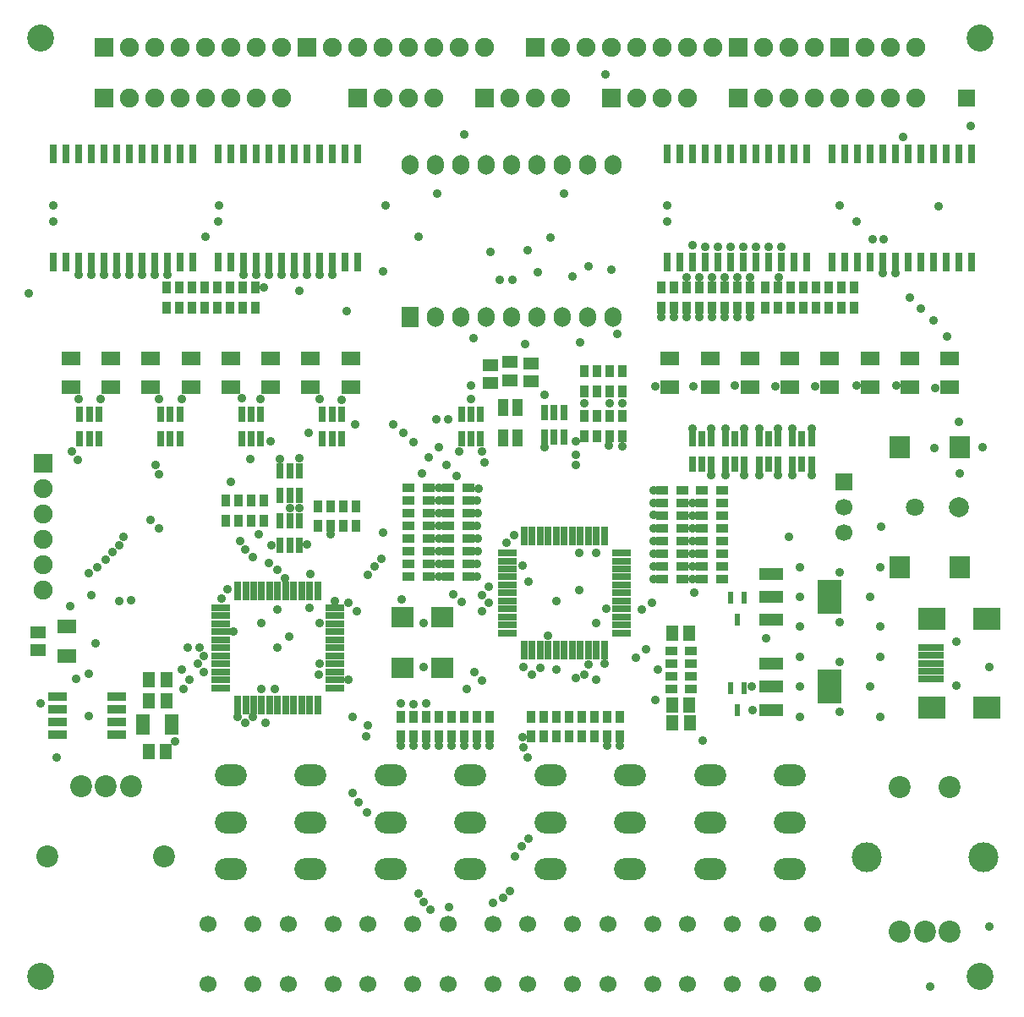
<source format=gts>
G04 DipTrace 2.4.0.2*
%INProtolautav2.3.4.GTS*%
%MOMM*%
%ADD17R,1.7X1.7*%
%ADD18C,1.7*%
%ADD26C,2.0*%
%ADD47C,3.0*%
%ADD48C,2.7*%
%ADD49C,2.2*%
%ADD50C,1.8*%
%ADD51C,0.9*%
%ADD54C,0.905*%
%ADD56R,2.2X2.0*%
%ADD58R,2.5X0.7*%
%ADD60R,2.7X2.2*%
%ADD62R,2.0X2.2*%
%ADD64O,1.7X2.0*%
%ADD66R,1.7X2.0*%
%ADD67R,1.3X1.6*%
%ADD68R,1.9X0.9*%
%ADD70R,0.8X1.9*%
%ADD72R,2.4X1.2*%
%ADD74R,2.4X3.5*%
%ADD76R,0.65X1.9*%
%ADD78R,1.9X0.65*%
%ADD80O,3.2X2.2*%
%ADD82R,0.85X1.2*%
%ADD84R,1.2X0.85*%
%ADD86R,0.7X1.6*%
%ADD89R,1.1X1.7*%
%ADD91R,1.9X1.4*%
%ADD93R,0.5X1.3*%
%ADD95R,1.4X2.0*%
%ADD98R,1.6X1.3*%
%ADD101C,1.9*%
%ADD102R,1.9X1.9*%
%FSLAX53Y53*%
G04*
G71*
G90*
G75*
G01*
%LNTopMask*%
%LPD*%
D54*
X64355Y42810D3*
X64335Y44080D3*
X64355Y45350D3*
Y46620D3*
X88580Y73420D3*
X57400Y33250D3*
X89350Y87050D3*
X64355Y51700D3*
Y47890D3*
X90000Y71000D3*
X62600Y34900D3*
X91120Y69900D3*
X64155Y40400D3*
X92390Y68700D3*
X68400Y41400D3*
X64315Y49200D3*
X39150Y40750D3*
X21050Y40800D3*
X45150Y40500D3*
X49650Y46400D3*
X39150Y40750D3*
X51700Y75700D3*
X86300Y76850D3*
X64355Y50430D3*
X6100Y55550D3*
X42805Y55950D3*
Y51890D3*
X41800Y54950D3*
X6700Y54750D3*
X14450Y54250D3*
X43650Y54200D3*
X42805Y49350D3*
X14850Y53250D3*
X41150Y53400D3*
X42805Y48080D3*
X22000Y52550D3*
X44650Y53150D3*
X42805Y46810D3*
X26000Y56600D3*
X40300Y56500D3*
X42805Y45540D3*
X29800Y57450D3*
X39300D3*
X42805Y44270D3*
X34450Y58250D3*
X38250D3*
X42805Y43000D3*
X25300Y71950D3*
X24000Y54800D3*
X26955D3*
X48950Y72750D3*
X25300Y71950D3*
X52750Y73550D3*
X28850Y71650D3*
Y54850D3*
X76850Y73000D3*
X52750Y73550D3*
X26045Y46145D3*
X28900Y49900D3*
X54600Y33750D3*
X29635Y46235D3*
X57000Y66500D3*
X93700Y67100D3*
X83000Y80200D3*
X4250D3*
X65700D3*
X37500D3*
X20800D3*
X83000D3*
X4250D3*
X20800D3*
X65700D3*
X83000D3*
X47200Y32650D3*
X17250Y31800D3*
X13950Y48700D3*
X17250Y31800D3*
X45650D3*
X33750Y32700D3*
X17100Y33700D3*
X14850Y47850D3*
X63550Y35750D3*
X19350Y33500D3*
X46400D3*
X17900Y32700D3*
X56600Y56600D3*
X59400Y34300D3*
X42550Y58750D3*
X45350Y87350D3*
X56600Y56600D3*
X61210Y56110D3*
X58600Y32700D3*
X43775Y58775D3*
X48050Y75550D3*
X61210Y56110D3*
X59900Y56150D3*
X57800Y34200D3*
X60750Y67300D3*
X46350Y66950D3*
X59900Y56150D3*
X46800Y51850D3*
X46665Y50620D3*
X46715Y49350D3*
X46695Y48080D3*
X37250Y73600D3*
X46725Y46810D3*
X46705Y45540D3*
X46615Y44270D3*
Y43000D3*
X33750Y40400D3*
X34800Y20450D3*
X55350Y81400D3*
X42650D3*
X67650Y73000D3*
X56250Y73100D3*
X68920Y73000D3*
X50200Y72750D3*
X70190Y73000D3*
X71460D3*
X72730D3*
X60150Y73750D3*
X74000Y73000D3*
X57850Y74150D3*
X42865Y26100D3*
X45405D3*
X48250Y10350D3*
D3*
X46675Y26100D3*
X49250Y10900D3*
D3*
X47945Y26100D3*
X50000Y11550D3*
D3*
X80150Y57880D3*
X74000Y69050D3*
X78250Y57880D3*
X72730Y69050D3*
X76800Y57880D3*
X71460Y69050D3*
X74900Y57880D3*
X70190Y69050D3*
X73450Y57880D3*
X68920Y69050D3*
X71550Y57880D3*
X67650Y69050D3*
X70150Y57880D3*
X66380Y69050D3*
X68250Y57880D3*
X65110Y69050D3*
X80150Y53180D3*
X68205Y42810D3*
X35650Y19450D3*
X32450Y40600D3*
X34650Y39550D3*
X34200Y21350D3*
X51700Y24900D3*
X51850Y16800D3*
X34250Y29000D3*
X35700Y43200D3*
X51700Y24900D3*
X51300Y25900D3*
X51150Y16000D3*
X35600Y27050D3*
X36450Y44050D3*
X51300Y25900D3*
X40300Y30250D3*
X59675Y26120D3*
X39050Y30300D3*
X60945Y26090D3*
X51250Y26950D3*
X50500Y15050D3*
X35700Y28100D3*
X37100Y44850D3*
X51250Y26950D3*
X68350Y62100D3*
X64550Y62050D3*
X6800Y60800D3*
X41595Y26100D3*
X42000Y9700D3*
X40325Y26100D3*
X41350Y10450D3*
X72500Y62150D3*
X14800Y60800D3*
X76550Y62050D3*
X17100Y60800D3*
X80550Y62050D3*
X23100Y60900D3*
X84650Y62150D3*
X25000Y60838D3*
X88650Y62150D3*
X30950Y60800D3*
X92550Y61950D3*
X33100Y60751D3*
X78250Y53180D3*
X68205Y44080D3*
X76800Y53180D3*
X68205Y45350D3*
X74900Y53180D3*
X68205Y46620D3*
X73450Y53180D3*
X68205Y47890D3*
X71550Y53180D3*
X68205Y49160D3*
X70150Y53180D3*
X68205Y50430D3*
X44135Y26100D3*
X43850Y9900D3*
D3*
X39055Y26100D3*
X40800Y11300D3*
X53400Y61250D3*
Y56000D3*
X57400Y60378D3*
X46050Y62200D3*
X44900Y55600D3*
X61210Y60401D3*
X46050Y60850D3*
X47200Y55550D3*
X59940Y60420D3*
X17675Y35925D3*
X23270Y73300D3*
X18850Y35900D3*
X24540Y73300D3*
X19350Y35100D3*
X25810Y73300D3*
X18700Y34300D3*
X27080Y73300D3*
X22700Y28950D3*
X28350Y73300D3*
X23450Y28350D3*
X29620Y73300D3*
X24250Y29000D3*
X30890Y73300D3*
X25500Y28400D3*
X32160Y73300D3*
X68270Y76200D3*
X47800Y42050D3*
X69540Y76050D3*
X47150Y41200D3*
X70810Y76050D3*
X47800Y40450D3*
X72080Y76050D3*
X47150Y39600D3*
X73350Y76050D3*
X51350Y33950D3*
X74620Y76050D3*
X52200Y33250D3*
X75890Y76050D3*
X53000Y33850D3*
X77160Y76050D3*
X56550Y32850D3*
X87300Y73400D3*
X77160Y76050D3*
X74210Y32000D3*
X75600Y36848D3*
X53800Y37100D3*
X59600Y39800D3*
X58600Y45400D3*
X25100Y31800D3*
Y38400D3*
Y31800D3*
X75600Y36848D3*
X58600Y45400D3*
Y38400D3*
X29900Y39900D3*
X30900Y34300D3*
X59600Y39800D3*
X29900Y39900D3*
X30900Y34300D3*
Y38400D3*
X53800Y37100D3*
X41300Y34000D3*
D3*
Y38400D3*
X5950Y40100D3*
X25100Y38400D3*
X87150Y48000D3*
X84650Y78600D3*
X4230D3*
X20766D3*
D3*
X4230D3*
X65700D3*
X84650D3*
X65700D3*
X84650D3*
X41600Y30300D3*
X41300Y34000D3*
X8450Y36350D3*
X74257Y29700D3*
X7800Y29100D3*
Y33322D3*
X27905Y49887D3*
X27900Y37000D3*
X32000Y47300D3*
X27905Y49887D3*
X7800Y29100D3*
X27905Y49887D3*
X56600Y54250D3*
X64806Y33700D3*
X74257Y29700D3*
D3*
X21700Y41750D3*
X51200Y44100D3*
X50400Y47200D3*
X54050Y77000D3*
X87400Y76850D3*
X8050Y41200D3*
X21700Y41750D3*
X6770Y73300D3*
X7800Y43350D3*
X27450Y42900D3*
X8040Y73300D3*
X8600Y44000D3*
X26700Y43700D3*
X9310Y73300D3*
X9450Y44700D3*
X25850Y44350D3*
X24250Y44950D3*
X10200Y45450D3*
X10580Y73300D3*
X23450Y45750D3*
X10850Y46150D3*
X11850Y73300D3*
X22950Y46550D3*
X11250Y47050D3*
X13120Y73300D3*
X12050Y40700D3*
X14390Y73300D3*
X10850Y40550D3*
X15660Y73300D3*
X87000Y44000D3*
Y38000D3*
X79000D3*
Y44000D3*
X83000Y43500D3*
Y38500D3*
X86000Y41000D3*
X79000D3*
Y35000D3*
X83000Y34500D3*
X87000Y35000D3*
X86000Y32000D3*
X87000Y29000D3*
X83000Y29500D3*
X79000Y29000D3*
Y32000D3*
X8950Y60800D3*
X42805Y50620D3*
X51850Y42550D3*
X64550Y30700D3*
X63150Y39700D3*
X22250Y37500D3*
X30800Y33200D3*
X26450Y31800D3*
X16400Y26500D3*
X4550Y24900D3*
X69300Y26600D3*
X24800Y47300D3*
X3000Y30300D3*
X6500Y32800D3*
X56900Y41650D3*
X54650Y40600D3*
X56900Y45400D3*
X26650Y35900D3*
X98000Y34000D3*
X92000Y2000D3*
X98000Y8000D3*
X26650Y39700D3*
X37250Y47400D3*
X47400Y54450D3*
X56600Y55250D3*
X33650Y69600D3*
X19450Y77050D3*
X94950Y58550D3*
X92450Y55900D3*
X97300Y56000D3*
X95000Y53400D3*
X77900Y47000D3*
X92850Y80100D3*
X40800Y77100D3*
X51450Y66300D3*
X44250Y41250D3*
X30000Y43300D3*
X96100Y88200D3*
X1800Y71400D3*
X59550Y93350D3*
D102*
X72860Y90920D3*
D101*
X75400D3*
X77940D3*
X80480D3*
X83020D3*
X85560D3*
X88100D3*
X90640D3*
D18*
X75750Y2200D3*
Y8200D3*
X80250Y2200D3*
Y8200D3*
X67750Y2200D3*
Y8200D3*
X72250Y2200D3*
Y8200D3*
X59750Y2200D3*
Y8200D3*
X64250Y2200D3*
Y8200D3*
X51750Y2200D3*
Y8200D3*
X56250Y2200D3*
Y8200D3*
X43750Y2200D3*
Y8200D3*
X48250Y2200D3*
Y8200D3*
X35750Y2200D3*
Y8200D3*
X40250Y2200D3*
Y8200D3*
X27750Y2200D3*
Y8200D3*
X32250Y2200D3*
Y8200D3*
X19750Y2200D3*
Y8200D3*
X24250Y2200D3*
Y8200D3*
D102*
X29680Y96000D3*
D101*
X32220D3*
X34760D3*
X37300D3*
X39840D3*
X42380D3*
X44920D3*
X47460D3*
D67*
X67900Y30200D3*
X66200D3*
X67900Y37400D3*
X66200D3*
D95*
X13200Y28200D3*
X16100D3*
D67*
X13800Y25500D3*
X15500D3*
D102*
X72860Y96000D3*
D101*
X75400D3*
X77940D3*
X80480D3*
D93*
X73400Y40900D3*
X72060D3*
X72730Y38700D3*
X73370Y31870D3*
X72030D3*
X72700Y29670D3*
D91*
X5600Y38000D3*
Y35100D3*
X6000Y62000D3*
Y64900D3*
X10000Y62000D3*
Y64900D3*
X14000Y62000D3*
Y64900D3*
X18000Y62000D3*
Y64900D3*
X22000Y62000D3*
Y64900D3*
X26000Y62000D3*
Y64900D3*
X30000Y62000D3*
Y64900D3*
X34000Y62000D3*
Y64900D3*
X66000Y62000D3*
Y64900D3*
X70000Y62000D3*
Y64900D3*
X74000Y62000D3*
Y64900D3*
X78000Y62000D3*
Y64900D3*
X82000Y62000D3*
Y64900D3*
X86000Y62000D3*
Y64900D3*
X90000Y62000D3*
Y64900D3*
X94000Y62000D3*
Y64900D3*
D89*
X50750Y60000D3*
X49250D3*
Y56900D3*
X50750D3*
D102*
X83020Y96000D3*
D101*
X85560D3*
X88100D3*
X90640D3*
D49*
X89000Y7450D3*
X91500D3*
X94000D3*
X89000Y21950D3*
X94000D3*
D47*
X85650Y14950D3*
X97350D3*
D102*
X52540Y96000D3*
D101*
X55080D3*
X57620D3*
X60160D3*
X62700D3*
X65240D3*
X67780D3*
X70320D3*
D48*
X3000Y97000D3*
X97000D3*
X3000Y3000D3*
X97000D3*
D102*
X60160Y90920D3*
D101*
X62700D3*
X65240D3*
X67780D3*
D102*
X34760D3*
D101*
X37300D3*
X39840D3*
X42380D3*
D102*
X3200Y54400D3*
D101*
Y51860D3*
Y49320D3*
Y46780D3*
Y44240D3*
Y41700D3*
D17*
X83440Y52540D3*
D18*
Y50000D3*
Y47460D3*
D102*
X9360Y90920D3*
D101*
X11900D3*
X14440D3*
X16980D3*
X19520D3*
X22060D3*
X24600D3*
X27140D3*
D17*
X95720D3*
D86*
X26955Y51145D3*
X27905D3*
X28855D3*
Y53645D3*
X27905D3*
X26955D3*
X6900Y56800D3*
X7850D3*
X8800D3*
Y59300D3*
X7850D3*
X6900D3*
X15000Y56800D3*
X15950D3*
X16900D3*
Y59300D3*
X15950D3*
X15000D3*
X23100Y56800D3*
X24050D3*
X25000D3*
Y59300D3*
X24050D3*
X23100D3*
X31200Y56800D3*
X32150D3*
X33100D3*
Y59300D3*
X32150D3*
X31200D3*
X78250Y54300D3*
X79200D3*
X80150D3*
Y56800D3*
X79200D3*
X78250D3*
X74900Y54300D3*
X75850D3*
X76800D3*
Y56800D3*
X75850D3*
X74900D3*
X71550Y54300D3*
X72500D3*
X73450D3*
Y56800D3*
X72500D3*
X71550D3*
X68250Y54300D3*
X69200D3*
X70150D3*
Y56800D3*
X69200D3*
X68250D3*
X45100D3*
X46050D3*
X47000D3*
Y59300D3*
X46050D3*
X45100D3*
X53450Y57000D3*
X54400D3*
X55350D3*
Y59500D3*
X54400D3*
X53450D3*
D84*
X66100Y35600D3*
Y34330D3*
Y33060D3*
Y31790D3*
X68100D3*
Y33060D3*
Y34330D3*
Y35600D3*
D67*
X66200Y28400D3*
X68000D3*
D82*
X39055Y27000D3*
X40325D3*
X41595D3*
X42865D3*
X44135D3*
X45405D3*
X46675D3*
X47945D3*
Y29000D3*
X46675D3*
X45405D3*
X44135D3*
X42865D3*
X41595D3*
X40325D3*
X39055D3*
X52055Y27000D3*
X53325D3*
X54595D3*
X55865D3*
X57135D3*
X58405D3*
X59675D3*
X60945D3*
Y29000D3*
X59675D3*
X58405D3*
X57135D3*
X55865D3*
X54595D3*
X53325D3*
X52055D3*
X21500Y48650D3*
X22770D3*
X24040D3*
X25310D3*
Y50650D3*
X24040D3*
X22770D3*
X21500D3*
X30700Y48100D3*
X31970D3*
X33240D3*
X34510D3*
Y50100D3*
X33240D3*
X31970D3*
X30700D3*
D49*
X12000Y22000D3*
X9500D3*
X7000D3*
X15350Y15000D3*
X3650D3*
D67*
X15600Y32700D3*
X13800D3*
X15600Y30600D3*
X13800D3*
D98*
X2750Y37450D3*
Y35650D3*
D82*
X24445Y72000D3*
X23175D3*
X21905D3*
X20635D3*
X19365D3*
X18095D3*
X16825D3*
X15555D3*
Y70000D3*
X16825D3*
X18095D3*
X19365D3*
X20635D3*
X21905D3*
X23175D3*
X24445D3*
X84445Y72000D3*
X83175D3*
X81905D3*
X80635D3*
X79365D3*
X78095D3*
X76825D3*
X75555D3*
Y70000D3*
X76825D3*
X78095D3*
X79365D3*
X80635D3*
X81905D3*
X83175D3*
X84445D3*
D84*
X45800Y43000D3*
Y44270D3*
Y45540D3*
Y46810D3*
Y48080D3*
Y49350D3*
Y50620D3*
Y51890D3*
X43800D3*
Y50620D3*
Y49350D3*
Y48080D3*
Y46810D3*
Y45540D3*
Y44270D3*
Y43000D3*
D82*
X74000Y72000D3*
X72730D3*
X71460D3*
X70190D3*
X68920D3*
X67650D3*
X66380D3*
X65110D3*
Y70000D3*
X66380D3*
X67650D3*
X68920D3*
X70190D3*
X71460D3*
X72730D3*
X74000D3*
D84*
X41800Y43000D3*
Y44270D3*
Y45540D3*
Y46810D3*
Y48080D3*
Y49350D3*
Y50620D3*
Y51890D3*
X39800D3*
Y50620D3*
Y49350D3*
Y48080D3*
Y46810D3*
Y45540D3*
Y44270D3*
Y43000D3*
X65200Y51700D3*
Y50430D3*
Y49160D3*
Y47890D3*
Y46620D3*
Y45350D3*
Y44080D3*
Y42810D3*
X67200D3*
Y44080D3*
Y45350D3*
Y46620D3*
Y47890D3*
Y49160D3*
Y50430D3*
Y51700D3*
D98*
X48000Y62400D3*
Y64200D3*
X50000Y62700D3*
Y64500D3*
X52100Y62600D3*
Y64400D3*
D82*
X57400Y57100D3*
X58670D3*
X59940D3*
X61210D3*
Y59100D3*
X59940D3*
X58670D3*
X57400D3*
D84*
X69200Y51700D3*
Y50430D3*
Y49160D3*
Y47890D3*
Y46620D3*
Y45350D3*
Y44080D3*
Y42810D3*
X71200D3*
Y44080D3*
Y45350D3*
Y46620D3*
Y47890D3*
Y49160D3*
Y50430D3*
Y51700D3*
D82*
X57395Y61605D3*
X58665D3*
X59935D3*
X61205D3*
Y63605D3*
X59935D3*
X58665D3*
X57395D3*
D102*
X47460Y90920D3*
D101*
X50000D3*
X52540D3*
X55080D3*
D80*
X78000Y13700D3*
Y18400D3*
Y23100D3*
X70000Y13700D3*
Y18400D3*
Y23100D3*
X62000Y13700D3*
Y18400D3*
Y23100D3*
X54000Y13700D3*
Y18400D3*
Y23100D3*
X46000Y13700D3*
Y18400D3*
Y23100D3*
X38000Y13700D3*
Y18400D3*
Y23100D3*
X30000Y13700D3*
Y18400D3*
Y23100D3*
X22000Y13700D3*
Y18400D3*
Y23100D3*
D102*
X9360Y96000D3*
D101*
X11900D3*
X14440D3*
X16980D3*
X19520D3*
X22060D3*
X24600D3*
X27140D3*
D78*
X21000Y39900D3*
Y39100D3*
Y38300D3*
Y37500D3*
Y36700D3*
Y35900D3*
Y35100D3*
Y34300D3*
Y33500D3*
Y32700D3*
Y31900D3*
D76*
X22700Y30200D3*
X23500D3*
X24300D3*
X25100D3*
X25900D3*
X26700D3*
X27500D3*
X28300D3*
X29100D3*
X29900D3*
X30700D3*
D78*
X32400Y31900D3*
Y32700D3*
Y33500D3*
Y34300D3*
Y35100D3*
Y35900D3*
Y36700D3*
Y37500D3*
Y38300D3*
Y39100D3*
Y39900D3*
D76*
X30700Y41600D3*
X29900D3*
X29100D3*
X28300D3*
X27500D3*
X26700D3*
X25900D3*
X25100D3*
X24300D3*
X23500D3*
X22700D3*
D86*
X26955Y46145D3*
X27905D3*
X28855D3*
Y48645D3*
X27905D3*
X26955D3*
D74*
X82000Y41000D3*
D72*
X76100Y43300D3*
Y41000D3*
Y38700D3*
D74*
X82000Y32000D3*
D72*
X76100Y34300D3*
Y32000D3*
Y29700D3*
D78*
X49700Y45400D3*
Y44600D3*
Y43800D3*
Y43000D3*
Y42200D3*
Y41400D3*
Y40600D3*
Y39800D3*
Y39000D3*
Y38200D3*
Y37400D3*
D76*
X51400Y35700D3*
X52200D3*
X53000D3*
X53800D3*
X54600D3*
X55400D3*
X56200D3*
X57000D3*
X57800D3*
X58600D3*
X59400D3*
D78*
X61100Y37400D3*
Y38200D3*
Y39000D3*
Y39800D3*
Y40600D3*
Y41400D3*
Y42200D3*
Y43000D3*
Y43800D3*
Y44600D3*
Y45400D3*
D76*
X59400Y47100D3*
X58600D3*
X57800D3*
X57000D3*
X56200D3*
X55400D3*
X54600D3*
X53800D3*
X53000D3*
X52200D3*
X51400D3*
D70*
X4230Y74550D3*
X5500D3*
X6770D3*
X8040D3*
X9310D3*
X10580D3*
X11850D3*
X13120D3*
X14390D3*
X15660D3*
X16930D3*
X18200D3*
Y85350D3*
X16930D3*
X15660D3*
X14390D3*
X13120D3*
X11850D3*
X10580D3*
X9310D3*
X8040D3*
X6770D3*
X5500D3*
X4230D3*
X82230Y74550D3*
X83500D3*
X84770D3*
X86040D3*
X87310D3*
X88580D3*
X89850D3*
X91120D3*
X92390D3*
X93660D3*
X94930D3*
X96200D3*
Y85350D3*
X94930D3*
X93660D3*
X92390D3*
X91120D3*
X89850D3*
X88580D3*
X87310D3*
X86040D3*
X84770D3*
X83500D3*
X82230D3*
X20730Y74550D3*
X22000D3*
X23270D3*
X24540D3*
X25810D3*
X27080D3*
X28350D3*
X29620D3*
X30890D3*
X32160D3*
X33430D3*
X34700D3*
Y85350D3*
X33430D3*
X32160D3*
X30890D3*
X29620D3*
X28350D3*
X27080D3*
X25810D3*
X24540D3*
X23270D3*
X22000D3*
X20730D3*
X65730Y74550D3*
X67000D3*
X68270D3*
X69540D3*
X70810D3*
X72080D3*
X73350D3*
X74620D3*
X75890D3*
X77160D3*
X78430D3*
X79700D3*
Y85350D3*
X78430D3*
X77160D3*
X75890D3*
X74620D3*
X73350D3*
X72080D3*
X70810D3*
X69540D3*
X68270D3*
X67000D3*
X65730D3*
D68*
X4700Y31000D3*
Y29730D3*
Y28460D3*
Y27190D3*
X10600D3*
Y28460D3*
Y29730D3*
Y31000D3*
D66*
X40000Y69000D3*
D64*
X42540D3*
X45080D3*
X47620D3*
X50160D3*
X52700D3*
X55240D3*
X57780D3*
X60320D3*
Y84240D3*
X57780D3*
X55240D3*
X52700D3*
X50160D3*
X47620D3*
X45080D3*
X42540D3*
X40000D3*
D62*
X95000Y56000D3*
X89000D3*
Y44000D3*
X95000D3*
D50*
X90500Y50000D3*
D26*
X94900D3*
D60*
X97700Y29900D3*
Y38800D3*
D58*
X92100Y34350D3*
Y33550D3*
Y32750D3*
Y35150D3*
Y35950D3*
D60*
X92200Y38800D3*
Y29900D3*
D51*
X94700Y36550D3*
Y32150D3*
D56*
X43200Y33850D3*
Y38930D3*
X39200D3*
Y33850D3*
M02*

</source>
